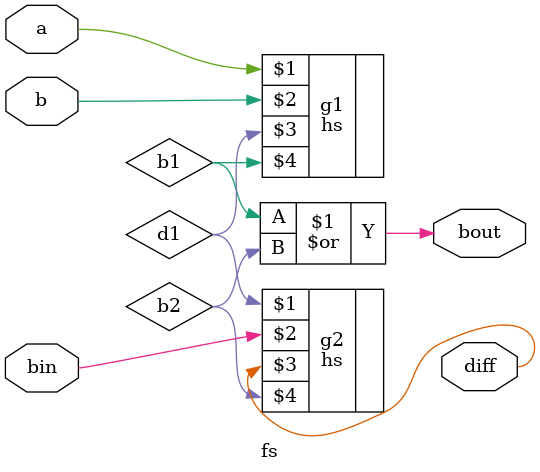
<source format=v>
`include "hs.v"
module fs(a,b,bin,diff,bout);
input a,b,bin;
output diff,bout;
wire d1,b1,b2;
hs g1(a,b,d1,b1);
hs g2(d1,bin,diff,b2);
or g3(bout,b1,b2);
endmodule

//# a=1 b=0 bin=0 diff=1 bout=0
//# a=0 b=0 bin=1 diff=1 bout=1
//# a=0 b=0 bin=1 diff=1 bout=1
//# a=0 b=1 bin=1 diff=0 bout=1
//# a=1 b=0 bin=1 diff=0 bout=0
//# a=1 b=0 bin=1 diff=0 bout=0
//# a=1 b=0 bin=1 diff=0 bout=0
//# a=0 b=1 bin=0 diff=1 bout=1

</source>
